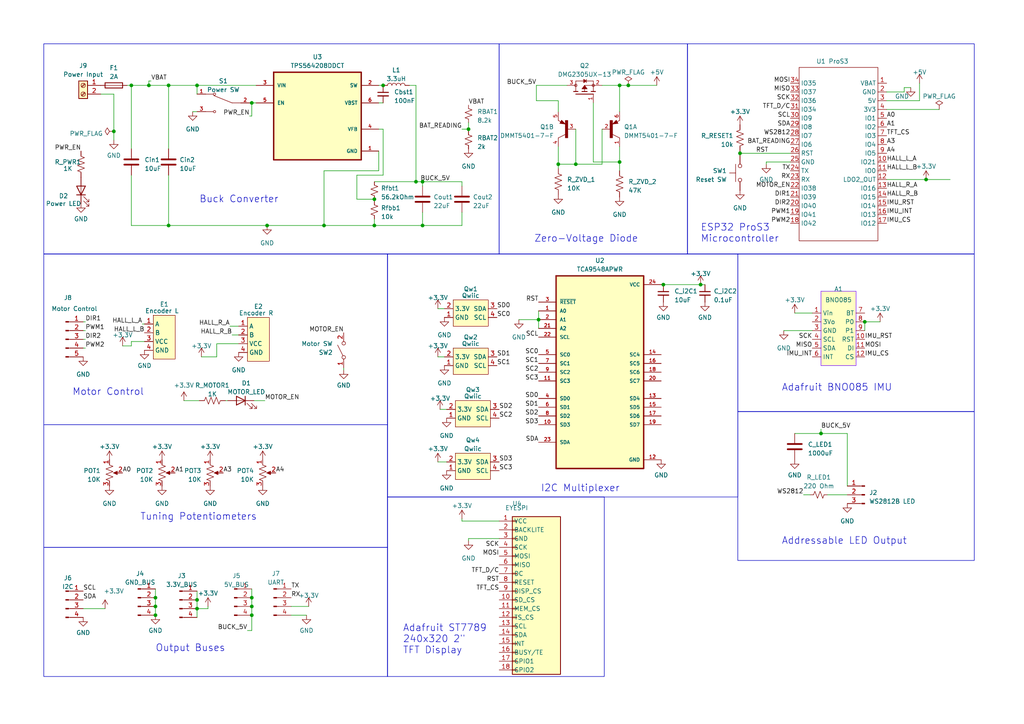
<source format=kicad_sch>
(kicad_sch (version 20230121) (generator eeschema)
  (paper "A4")
  (title_block (title "Segway Bot V3") (date "2023-06-26") (company "MIT") (comment 1 "Joseph Ntaimo"))
  (lib_symbols
    (symbol "500SSP1S1M6QEA:500SSP1S1M6QEA" (pin_names (offset 1.016))
      (property "Reference" "S" (at -2.54 5.08 0))
      (property "Value" "500SSP1S1M6QEA" (at -2.54 -5.08 0))
      (symbol "500SSP1S1M6QEA_0_0"
        (pin passive line (at 7.62 2.54 180) (length 2.54) (name "~") (number "1"))
        (pin passive line (at -7.62 0 0) (length 2.54) (name "~") (number "2"))
        (pin passive line (at 7.62 -2.54 180) (length 2.54) (name "~") (number "3"))
      )
    )
    (symbol "Adafruit:EYE_SPI"
      (property "Reference" "U" (at 0 1.27 0))
      (property "Value" "EYESPI" (at 3.81 -1.27 0))
      (symbol "EYE_SPI_1_1"
        (pin input line (at -5.08 -3.81 0) (length 3.81) (name "VCC") (number "1"))
        (pin input line (at -5.08 -26.67 0) (length 3.81) (name "SD_CS") (number "10"))
        (pin input line (at -5.08 -29.21 0) (length 3.81) (name "MEM_CS") (number "11"))
        (pin input line (at -5.08 -31.75 0) (length 3.81) (name "TS_CS") (number "12"))
        (pin input line (at -5.08 -34.29 0) (length 3.81) (name "SCL") (number "13"))
        (pin bidirectional line (at -5.08 -36.83 0) (length 3.81) (name "SDA") (number "14"))
        (pin output line (at -5.08 -39.37 0) (length 3.81) (name "INT") (number "15"))
        (pin bidirectional line (at -5.08 -41.91 0) (length 3.81) (name "BUSY/TE") (number "16"))
        (pin bidirectional line (at -5.08 -44.45 0) (length 3.81) (name "GPIO1") (number "17"))
        (pin bidirectional line (at -5.08 -46.99 0) (length 3.81) (name "GPIO2") (number "18"))
        (pin input line (at -5.08 -6.35 0) (length 3.81) (name "BACKLITE") (number "2"))
        (pin passive line (at -5.08 -8.89 0) (length 3.81) (name "GND") (number "3"))
        (pin input line (at -5.08 -11.43 0) (length 3.81) (name "SCK") (number "4"))
        (pin input line (at -5.08 -13.97 0) (length 3.81) (name "MOSI") (number "5"))
        (pin output line (at -5.08 -16.51 0) (length 3.81) (name "MISO") (number "6"))
        (pin input line (at -5.08 -19.05 0) (length 3.81) (name "DC") (number "7"))
        (pin input line (at -5.08 -21.59 0) (length 3.81) (name "RESET") (number "8"))
        (pin input line (at -5.08 -24.13 0) (length 3.81) (name "DISP_CS") (number "9"))
      )
    )
    (symbol "Adafruit:Qwiic"
      (property "Reference" "Qw" (at 5.08 2.54 0))
      (property "Value" "Qwiic" (at 5.08 0 0))
      (symbol "Qwiic_1_1"
        (pin input line (at -2.54 -6.35 0) (length 2.54) (name "GND") (number "1"))
        (pin input line (at -2.54 -3.81 0) (length 2.54) (name "3.3V") (number "2"))
        (pin input line (at 12.7 -3.81 180) (length 2.54) (name "SDA") (number "3"))
        (pin input line (at 12.7 -6.35 180) (length 2.54) (name "SCL") (number "4"))
      )
    )
    (symbol "Adafruit:_Adafruit_BNO085"
      (property "Reference" "A" (at 5.08 3.81 0))
      (property "Value" "BNO085" (at 5.08 0 0))
      (symbol "_Adafruit_BNO085_1_1"
        (pin input line (at -2.54 -3.81 0) (length 2.54) (name "Vin") (number "1"))
        (pin input line (at 12.7 -11.43 180) (length 2.54) (name "RST") (number "10"))
        (pin input line (at 12.7 -13.97 180) (length 2.54) (name "DI") (number "11"))
        (pin input line (at 12.7 -16.51 180) (length 2.54) (name "CS") (number "12"))
        (pin output line (at -2.54 -6.35 0) (length 2.54) (name "3Vo") (number "2"))
        (pin bidirectional line (at -2.54 -8.89 0) (length 2.54) (name "GND") (number "3"))
        (pin input line (at -2.54 -11.43 0) (length 2.54) (name "SCL") (number "4"))
        (pin output line (at -2.54 -13.97 0) (length 2.54) (name "SDA") (number "5"))
        (pin output line (at -2.54 -16.51 0) (length 2.54) (name "INT") (number "6"))
        (pin input line (at 12.7 -3.81 180) (length 2.54) (name "BT") (number "7"))
        (pin input line (at 12.7 -6.35 180) (length 2.54) (name "P0") (number "8"))
        (pin input line (at 12.7 -8.89 180) (length 2.54) (name "P1") (number "9"))
      )
    )
    (symbol "Connector:Conn_01x03_Pin" (pin_names (offset 1.016) hide)
      (property "Reference" "J" (at 0 5.08 0))
      (property "Value" "Conn_01x03_Pin" (at 0 -5.08 0))
      (symbol "Conn_01x03_Pin_1_1"
        (pin passive line (at 5.08 2.54 180) (length 3.81) (name "Pin_1") (number "1"))
        (pin passive line (at 5.08 0 180) (length 3.81) (name "Pin_2") (number "2"))
        (pin passive line (at 5.08 -2.54 180) (length 3.81) (name "Pin_3") (number "3"))
      )
    )
    (symbol "Connector:Conn_01x04_Pin" (pin_names (offset 1.016) hide)
      (property "Reference" "J" (at 0 5.08 0))
      (property "Value" "Conn_01x04_Pin" (at 0 -7.62 0))
      (symbol "Conn_01x04_Pin_1_1"
        (pin passive line (at 5.08 2.54 180) (length 3.81) (name "Pin_1") (number "1"))
        (pin passive line (at 5.08 0 180) (length 3.81) (name "Pin_2") (number "2"))
        (pin passive line (at 5.08 -2.54 180) (length 3.81) (name "Pin_3") (number "3"))
        (pin passive line (at 5.08 -5.08 180) (length 3.81) (name "Pin_4") (number "4"))
      )
    )
    (symbol "Connector:Conn_01x05_Pin" (pin_names (offset 1.016) hide)
      (property "Reference" "J" (at 0 7.62 0))
      (property "Value" "Conn_01x05_Pin" (at 0 -7.62 0))
      (symbol "Conn_01x05_Pin_1_1"
        (pin passive line (at 5.08 5.08 180) (length 3.81) (name "Pin_1") (number "1"))
        (pin passive line (at 5.08 2.54 180) (length 3.81) (name "Pin_2") (number "2"))
        (pin passive line (at 5.08 0 180) (length 3.81) (name "Pin_3") (number "3"))
        (pin passive line (at 5.08 -2.54 180) (length 3.81) (name "Pin_4") (number "4"))
        (pin passive line (at 5.08 -5.08 180) (length 3.81) (name "Pin_5") (number "5"))
      )
    )
    (symbol "Connector:Encoder"
      (property "Reference" "E" (at 5.08 3.81 0))
      (property "Value" "Encoder" (at 5.08 1.27 0))
      (symbol "Encoder_1_1"
        (pin input line (at 0 -2.54 0) (length 2.54) (name "A") (number "1"))
        (pin input line (at 0 -5.08 0) (length 2.54) (name "B") (number "2"))
        (pin input line (at 0 -7.62 0) (length 2.54) (name "VCC") (number "3"))
        (pin input line (at 0 -10.16 0) (length 2.54) (name "GND") (number "4"))
      )
    )
    (symbol "Connector:Screw_Terminal_01x02" (pin_names (offset 1.016) hide)
      (property "Reference" "J" (at 0 2.54 0))
      (property "Value" "Screw_Terminal_01x02" (at 0 -5.08 0))
      (symbol "Screw_Terminal_01x02_1_1"
        (pin passive line (at -5.08 0 0) (length 3.81) (name "Pin_1") (number "1"))
        (pin passive line (at -5.08 -2.54 0) (length 3.81) (name "Pin_2") (number "2"))
      )
    )
    (symbol "DMG2305UX-13:DMG2305UX-13" (pin_names (offset 1.016))
      (property "Reference" "Q" (at -8.89 3.81 0))
      (property "Value" "DMG2305UX-13" (at -8.89 -6.35 0))
      (symbol "DMG2305UX-13_0_0"
        (pin passive line (at -2.54 -2.54 0) (length 2.54) (name "~") (number "1"))
        (pin passive line (at 2.54 -5.08 90) (length 2.54) (name "~") (number "2"))
        (pin passive line (at 2.54 5.08 270) (length 2.54) (name "~") (number "3"))
      )
    )
    (symbol "DMMT5401-7-F:DMMT5401-7-F" (pin_names (offset 1.016))
      (property "Reference" "Q" (at -10.1838 5.0979 0))
      (property "Value" "DMMT5401-7-F" (at -10.1947 -7.6027 0))
      (symbol "DMMT5401-7-F_1_0"
        (pin passive line (at 2.54 -5.08 90) (length 2.54) (name "~") (number "1"))
        (pin passive line (at -2.54 0 0) (length 2.54) (name "~") (number "2"))
        (pin passive line (at 2.54 5.08 270) (length 2.54) (name "~") (number "6"))
      )
      (symbol "DMMT5401-7-F_2_0"
        (pin passive line (at -2.54 0 0) (length 2.54) (name "~") (number "3"))
        (pin passive line (at 2.54 -5.08 90) (length 2.54) (name "~") (number "4"))
        (pin passive line (at 2.54 5.08 270) (length 2.54) (name "~") (number "5"))
      )
    )
    (symbol "Device:C" (pin_numbers hide) (pin_names (offset 0.254))
      (property "Reference" "C" (at 0.635 2.54 0))
      (property "Value" "C" (at 0.635 -2.54 0))
      (symbol "C_1_1"
        (pin passive line (at 0 3.81 270) (length 2.794) (name "~") (number "1"))
        (pin passive line (at 0 -3.81 90) (length 2.794) (name "~") (number "2"))
      )
    )
    (symbol "Device:C_Small" (pin_numbers hide) (pin_names (offset 0.254) hide)
      (property "Reference" "C" (at 0.254 1.778 0))
      (property "Value" "C_Small" (at 0.254 -2.032 0))
      (symbol "C_Small_1_1"
        (pin passive line (at 0 2.54 270) (length 2.032) (name "~") (number "1"))
        (pin passive line (at 0 -2.54 90) (length 2.032) (name "~") (number "2"))
      )
    )
    (symbol "Device:Fuse" (pin_numbers hide) (pin_names (offset 0))
      (property "Reference" "F" (at 2.032 0 90))
      (property "Value" "Fuse" (at -1.905 0 90))
      (symbol "Fuse_1_1"
        (pin passive line (at 0 3.81 270) (length 1.27) (name "~") (number "1"))
        (pin passive line (at 0 -3.81 90) (length 1.27) (name "~") (number "2"))
      )
    )
    (symbol "Device:L" (pin_numbers hide) (pin_names (offset 1.016) hide)
      (property "Reference" "L" (at -1.27 0 90))
      (property "Value" "L" (at 1.905 0 90))
      (symbol "L_1_1"
        (pin passive line (at 0 3.81 270) (length 1.27) (name "1") (number "1"))
        (pin passive line (at 0 -3.81 90) (length 1.27) (name "2") (number "2"))
      )
    )
    (symbol "Device:LED" (pin_numbers hide) (pin_names (offset 1.016) hide)
      (property "Reference" "D" (at 0 2.54 0))
      (property "Value" "LED" (at 0 -2.54 0))
      (symbol "LED_1_1"
        (pin passive line (at -3.81 0 0) (length 2.54) (name "K") (number "1"))
        (pin passive line (at 3.81 0 180) (length 2.54) (name "A") (number "2"))
      )
    )
    (symbol "Device:R_Potentiometer_US" (pin_names (offset 1.016) hide)
      (property "Reference" "RV" (at -4.445 0 90))
      (property "Value" "R_Potentiometer_US" (at -2.54 0 90))
      (symbol "R_Potentiometer_US_1_1"
        (pin passive line (at 0 3.81 270) (length 1.27) (name "1") (number "1"))
        (pin passive line (at 3.81 0 180) (length 1.27) (name "2") (number "2"))
        (pin passive line (at 0 -3.81 90) (length 1.27) (name "3") (number "3"))
      )
    )
    (symbol "Device:R_Small_US" (pin_numbers hide) (pin_names (offset 0.254) hide)
      (property "Reference" "R" (at 0.762 0.508 0))
      (property "Value" "R_Small_US" (at 0.762 -1.016 0))
      (symbol "R_Small_US_1_1"
        (pin passive line (at 0 2.54 270) (length 1.016) (name "~") (number "1"))
        (pin passive line (at 0 -2.54 90) (length 1.016) (name "~") (number "2"))
      )
    )
    (symbol "Device:R_US" (pin_numbers hide) (pin_names (offset 0))
      (property "Reference" "R" (at 2.54 0 90))
      (property "Value" "R_US" (at -2.54 0 90))
      (symbol "R_US_1_1"
        (pin passive line (at 0 3.81 270) (length 1.27) (name "~") (number "1"))
        (pin passive line (at 0 -3.81 90) (length 1.27) (name "~") (number "2"))
      )
    )
    (symbol "ProS3:ProS3"
      (property "Reference" "U" (at 0 -28.956 0))
      (property "Value" "ProS3" (at -0.508 27.178 0))
      (symbol "ProS3_1_1"
        (pin power_in line (at 13.97 20.32 180) (length 2.54) (name "VBAT") (number "1"))
        (pin bidirectional line (at 13.97 -2.54 180) (length 2.54) (name "IO21") (number "10"))
        (pin bidirectional line (at 13.97 -5.08 180) (length 2.54) (name "IO0") (number "11"))
        (pin power_out line (at 13.97 -7.62 180) (length 2.54) (name "LDO2_OUT") (number "12"))
        (pin bidirectional line (at 13.97 -10.16 180) (length 2.54) (name "IO16") (number "13"))
        (pin bidirectional line (at 13.97 -12.7 180) (length 2.54) (name "IO15") (number "14"))
        (pin bidirectional line (at 13.97 -15.24 180) (length 2.54) (name "IO14") (number "15"))
        (pin bidirectional line (at 13.97 -17.78 180) (length 2.54) (name "IO13") (number "16"))
        (pin bidirectional line (at 13.97 -20.32 180) (length 2.54) (name "IO12") (number "17"))
        (pin bidirectional line (at -13.97 -20.32 0) (length 2.54) (name "IO42") (number "18"))
        (pin bidirectional line (at -13.97 -17.78 0) (length 2.54) (name "IO41") (number "19"))
        (pin power_in line (at 13.97 17.78 180) (length 2.54) (name "GND") (number "2"))
        (pin bidirectional line (at -13.97 -15.24 0) (length 2.54) (name "IO40") (number "20"))
        (pin bidirectional line (at -13.97 -12.7 0) (length 2.54) (name "IO39") (number "21"))
        (pin bidirectional line (at -13.97 -10.16 0) (length 2.54) (name "IO38") (number "22"))
        (pin bidirectional line (at -13.97 -7.62 0) (length 2.54) (name "RX") (number "23"))
        (pin bidirectional line (at -13.97 -5.08 0) (length 2.54) (name "TX") (number "24"))
        (pin power_in line (at -13.97 -2.54 0) (length 2.54) (name "GND") (number "25"))
        (pin input line (at -13.97 0 0) (length 2.54) (name "RST") (number "26"))
        (pin bidirectional line (at -13.97 2.54 0) (length 2.54) (name "IO6") (number "27"))
        (pin bidirectional line (at -13.97 5.08 0) (length 2.54) (name "IO7") (number "28"))
        (pin bidirectional line (at -13.97 7.62 0) (length 2.54) (name "IO8") (number "29"))
        (pin power_in line (at 13.97 15.24 180) (length 2.54) (name "5V") (number "3"))
        (pin bidirectional line (at -13.97 10.16 0) (length 2.54) (name "IO9") (number "30"))
        (pin bidirectional line (at -13.97 12.7 0) (length 2.54) (name "IO34") (number "31"))
        (pin bidirectional line (at -13.97 15.24 0) (length 2.54) (name "IO36") (number "32"))
        (pin bidirectional line (at -13.97 17.78 0) (length 2.54) (name "IO37") (number "33"))
        (pin bidirectional line (at -13.97 20.32 0) (length 2.54) (name "IO35") (number "34"))
        (pin power_in line (at 13.97 12.7 180) (length 2.54) (name "3V3") (number "4"))
        (pin bidirectional line (at 13.97 10.16 180) (length 2.54) (name "IO1") (number "5"))
        (pin bidirectional line (at 13.97 7.62 180) (length 2.54) (name "IO2") (number "6"))
        (pin bidirectional line (at 13.97 5.08 180) (length 2.54) (name "IO3") (number "7"))
        (pin bidirectional line (at 13.97 2.54 180) (length 2.54) (name "IO4") (number "8"))
        (pin bidirectional line (at 13.97 0 180) (length 2.54) (name "IO5") (number "9"))
      )
    )
    (symbol "Switch:SW_Push" (pin_numbers hide) (pin_names (offset 1.016) hide)
      (property "Reference" "SW" (at 1.27 2.54 0))
      (property "Value" "SW_Push" (at 0 -1.524 0))
      (symbol "SW_Push_0_1"
        (pin passive line (at -5.08 0 0) (length 2.54) (name "1") (number "1"))
        (pin passive line (at 5.08 0 180) (length 2.54) (name "2") (number "2"))
      )
    )
    (symbol "Switch:SW_SPST" (pin_names (offset 0) hide)
      (property "Reference" "SW" (at 0 3.175 0))
      (property "Value" "SW_SPST" (at 0 -2.54 0))
      (symbol "SW_SPST_1_1"
        (pin passive line (at -5.08 0 0) (length 2.54) (name "A") (number "1"))
        (pin passive line (at 5.08 0 180) (length 2.54) (name "B") (number "2"))
      )
    )
    (symbol "TCA9548APWR:TCA9548APWR" (pin_names (offset 1.016))
      (property "Reference" "U" (at -12.7 28.94 0))
      (property "Value" "TCA9548APWR" (at -12.7 -31.94 0))
      (symbol "TCA9548APWR_0_0"
        (pin input line (at -17.78 17.78 0) (length 5.08) (name "A0") (number "1"))
        (pin bidirectional line (at -17.78 -15.24 0) (length 5.08) (name "SD3") (number "10"))
        (pin bidirectional line (at -17.78 -2.54 0) (length 5.08) (name "SC3") (number "11"))
        (pin power_in line (at 17.78 -25.4 180) (length 5.08) (name "GND") (number "12"))
        (pin bidirectional line (at 17.78 -7.62 180) (length 5.08) (name "SD4") (number "13"))
        (pin bidirectional line (at 17.78 5.08 180) (length 5.08) (name "SC4") (number "14"))
        (pin bidirectional line (at 17.78 -10.16 180) (length 5.08) (name "SD5") (number "15"))
        (pin bidirectional line (at 17.78 2.54 180) (length 5.08) (name "SC5") (number "16"))
        (pin bidirectional line (at 17.78 -12.7 180) (length 5.08) (name "SD6") (number "17"))
        (pin bidirectional line (at 17.78 0 180) (length 5.08) (name "SC6") (number "18"))
        (pin bidirectional line (at 17.78 -15.24 180) (length 5.08) (name "SD7") (number "19"))
        (pin input line (at -17.78 15.24 0) (length 5.08) (name "A1") (number "2"))
        (pin bidirectional line (at 17.78 -2.54 180) (length 5.08) (name "SC7") (number "20"))
        (pin input line (at -17.78 12.7 0) (length 5.08) (name "A2") (number "21"))
        (pin input line (at -17.78 10.16 0) (length 5.08) (name "SCL") (number "22"))
        (pin bidirectional line (at -17.78 -20.32 0) (length 5.08) (name "SDA") (number "23"))
        (pin power_in line (at 17.78 25.4 180) (length 5.08) (name "VCC") (number "24"))
        (pin input line (at -17.78 20.32 0) (length 5.08) (name "~{RESET}") (number "3"))
        (pin bidirectional line (at -17.78 -7.62 0) (length 5.08) (name "SD0") (number "4"))
        (pin bidirectional line (at -17.78 5.08 0) (length 5.08) (name "SC0") (number "5"))
        (pin bidirectional line (at -17.78 -10.16 0) (length 5.08) (name "SD1") (number "6"))
        (pin bidirectional line (at -17.78 2.54 0) (length 5.08) (name "SC1") (number "7"))
        (pin bidirectional line (at -17.78 -12.7 0) (length 5.08) (name "SD2") (number "8"))
        (pin bidirectional line (at -17.78 0 0) (length 5.08) (name "SC2") (number "9"))
      )
    )
    (symbol "TPS564208DDCT:TPS564208DDCT" (pin_names (offset 1.016))
      (property "Reference" "U" (at -12.7 13.7 0))
      (property "Value" "TPS564208DDCT" (at -12.7 -16.7 0))
      (symbol "TPS564208DDCT_0_0"
        (pin power_in line (at 17.78 -10.16 180) (length 5.08) (name "GND") (number "1"))
        (pin input line (at -17.78 8.89 0) (length 5.08) (name "VIN") (number "3"))
        (pin input line (at -17.78 3.81 0) (length 5.08) (name "EN") (number "5"))
      )
      (symbol "TPS564208DDCT_1_0"
        (pin bidirectional line (at 17.78 8.89 180) (length 5.08) (name "SW") (number "2"))
        (pin input line (at 17.78 -3.81 180) (length 5.08) (name "VFB") (number "4"))
        (pin input line (at 17.78 3.81 180) (length 5.08) (name "VBST") (number "6"))
      )
    )
    (symbol "power:+3.3V" (power) (pin_names (offset 0))
      (property "Value" "+3.3V" (at 0 3.556 0))
      (symbol "+3.3V_1_1"
        (pin power_in line (at 0 0 90) (length 0) hide (name "+3.3V") (number "1"))
      )
    )
    (symbol "power:+5V" (power) (pin_names (offset 0))
      (property "Value" "+5V" (at 0 3.556 0))
      (symbol "+5V_1_1"
        (pin power_in line (at 0 0 90) (length 0) hide (name "+5V") (number "1"))
      )
    )
    (symbol "power:GND" (power) (pin_names (offset 0))
      (property "Value" "GND" (at 0 -3.81 0))
      (symbol "GND_1_1"
        (pin power_in line (at 0 0 270) (length 0) hide (name "GND") (number "1"))
      )
    )
    (symbol "power:PWR_FLAG" (power) (pin_numbers hide) (pin_names (offset 0) hide)
      (property "Value" "PWR_FLAG" (at 0 3.81 0))
      (symbol "PWR_FLAG_0_0"
        (pin power_out line (at 0 0 90) (length 0) (name "pwr") (number "1"))
      )
    )
  )
  (junction (at 73.025 175.895))
  (junction (at 45.085 175.895))
  (junction (at 268.605 52.07))
  (junction (at 48.895 65.405))
  (junction (at 250.825 93.345))
  (junction (at 73.025 29.845))
  (junction (at 93.98 65.405))
  (junction (at 108.585 57.785))
  (junction (at 57.15 173.99))
  (junction (at 122.555 52.705))
  (junction (at 214.63 44.45))
  (junction (at 156.21 92.71))
  (junction (at 179.705 24.765))
  (junction (at 33.02 38.1))
  (junction (at 192.405 82.55))
  (junction (at 57.15 176.53))
  (junction (at 45.085 173.355))
  (junction (at 120.65 52.705))
  (junction (at 182.245 24.765))
  (junction (at 73.025 178.435))
  (junction (at 43.18 24.765))
  (junction (at 57.15 24.765))
  (junction (at 73.025 173.355))
  (junction (at 108.585 65.405))
  (junction (at 135.89 37.465))
  (junction (at 167.005 47.625))
  (junction (at 179.705 46.99))
  (junction (at 203.2 82.55))
  (junction (at 38.1 24.765))
  (junction (at 111.125 24.765))
  (junction (at 161.925 47.625))
  (junction (at 48.895 24.765))
  (junction (at 45.085 178.435))
  (junction (at 77.47 65.405))
  (junction (at 122.555 65.405))
  (junction (at 238.125 125.73))
  (wire (pts (xy 135.89 38.1) (xy 135.89 37.465)))
  (wire (pts (xy 238.125 125.73) (xy 230.505 125.73)))
  (wire (pts (xy 24.13 176.53) (xy 30.48 176.53)))
  (wire (pts (xy 57.15 176.53) (xy 57.15 179.07)))
  (wire (pts (xy 262.255 25.4) (xy 262.255 26.67)))
  (wire (pts (xy 156.21 90.17) (xy 156.21 92.71)))
  (wire (pts (xy 111.125 37.465) (xy 111.125 50.8)))
  (wire (pts (xy 174.625 37.465) (xy 174.625 47.625)))
  (wire (pts (xy 57.15 173.99) (xy 57.15 176.53)))
  (wire (pts (xy 38.1 50.8) (xy 38.1 65.405)))
  (wire (pts (xy 155.575 29.21) (xy 161.925 29.21)))
  (wire (pts (xy 127 133.985) (xy 129.54 133.985)))
  (wire (pts (xy 43.815 23.495) (xy 43.18 23.495)))
  (wire (pts (xy 179.705 24.765) (xy 179.705 32.385)))
  (wire (pts (xy 109.855 43.815) (xy 109.855 49.53)))
  (wire (pts (xy 108.585 57.785) (xy 108.585 58.42)))
  (wire (pts (xy 36.83 24.765) (xy 38.1 24.765)))
  (wire (pts (xy 167.005 37.465) (xy 167.005 47.625)))
  (wire (pts (xy 155.575 24.765) (xy 164.465 24.765)))
  (wire (pts (xy 120.65 24.765) (xy 118.745 24.765)))
  (wire (pts (xy 103.505 50.8) (xy 103.505 57.785)))
  (wire (pts (xy 73.025 33.655) (xy 73.025 29.845)))
  (wire (pts (xy 275.59 52.07) (xy 268.605 52.07)))
  (wire (pts (xy 38.1 43.18) (xy 38.1 24.765)))
  (wire (pts (xy 203.2 82.55) (xy 192.405 82.55)))
  (wire (pts (xy 214.63 44.45) (xy 214.63 43.815)))
  (wire (pts (xy 133.985 52.705) (xy 133.985 53.975)))
  (wire (pts (xy 182.245 24.765) (xy 190.5 24.765)))
  (wire (pts (xy 35.56 100.33) (xy 38.1 100.33)))
  (wire (pts (xy 84.455 178.435) (xy 88.9 178.435)))
  (wire (pts (xy 108.585 63.5) (xy 108.585 65.405)))
  (wire (pts (xy 144.78 156.21) (xy 135.89 156.21)))
  (wire (pts (xy 238.125 124.46) (xy 238.125 125.73)))
  (wire (pts (xy 268.605 52.07) (xy 257.175 52.07)))
  (wire (pts (xy 262.255 25.4) (xy 264.16 25.4)))
  (wire (pts (xy 38.1 100.33) (xy 38.1 99.06)))
  (wire (pts (xy 73.025 173.355) (xy 73.025 175.895)))
  (wire (pts (xy 222.25 46.99) (xy 222.25 47.625)))
  (wire (pts (xy 69.215 94.615) (xy 66.675 94.615)))
  (wire (pts (xy 214.63 45.085) (xy 214.63 44.45)))
  (wire (pts (xy 174.625 24.765) (xy 179.705 24.765)))
  (wire (pts (xy 58.42 103.505) (xy 62.865 103.505)))
  (wire (pts (xy 109.855 37.465) (xy 111.125 37.465)))
  (wire (pts (xy 272.415 31.75) (xy 257.175 31.75)))
  (wire (pts (xy 71.755 182.88) (xy 73.025 182.88)))
  (wire (pts (xy 57.15 24.765) (xy 74.295 24.765)))
  (wire (pts (xy 174.625 47.625) (xy 167.005 47.625)))
  (wire (pts (xy 240.03 143.51) (xy 245.745 143.51)))
  (wire (pts (xy 29.21 27.305) (xy 33.02 27.305)))
  (wire (pts (xy 155.575 29.21) (xy 155.575 24.765)))
  (wire (pts (xy 229.235 46.99) (xy 222.25 46.99)))
  (wire (pts (xy 93.98 65.405) (xy 108.585 65.405)))
  (wire (pts (xy 76.835 116.205) (xy 73.66 116.205)))
  (wire (pts (xy 24.13 93.345) (xy 24.765 93.345)))
  (wire (pts (xy 57.15 176.53) (xy 60.325 176.53)))
  (wire (pts (xy 48.895 24.765) (xy 57.15 24.765)))
  (wire (pts (xy 84.455 175.895) (xy 89.535 175.895)))
  (wire (pts (xy 99.695 106.68) (xy 99.695 107.315)))
  (wire (pts (xy 24.13 95.885) (xy 24.765 95.885)))
  (wire (pts (xy 60.325 176.53) (xy 60.325 175.895)))
  (wire (pts (xy 111.125 50.8) (xy 103.505 50.8)))
  (wire (pts (xy 72.39 33.655) (xy 73.025 33.655)))
  (wire (pts (xy 69.215 97.155) (xy 67.31 97.155)))
  (wire (pts (xy 66.04 116.205) (xy 65.405 116.205)))
  (wire (pts (xy 24.13 100.965) (xy 24.765 100.965)))
  (wire (pts (xy 262.255 26.67) (xy 257.175 26.67)))
  (wire (pts (xy 62.865 99.695) (xy 69.215 99.695)))
  (wire (pts (xy 53.34 116.205) (xy 57.785 116.205)))
  (wire (pts (xy 266.7 29.21) (xy 266.7 24.13)))
  (wire (pts (xy 38.1 24.765) (xy 43.18 24.765)))
  (wire (pts (xy 144.78 151.13) (xy 133.985 151.13)))
  (wire (pts (xy 133.985 37.465) (xy 135.89 37.465)))
  (wire (pts (xy 73.025 29.845) (xy 72.39 29.845)))
  (wire (pts (xy 120.65 52.705) (xy 122.555 52.705)))
  (wire (pts (xy 233.045 143.51) (xy 234.95 143.51)))
  (wire (pts (xy 73.025 182.88) (xy 73.025 178.435)))
  (wire (pts (xy 245.745 125.73) (xy 245.745 140.97)))
  (wire (pts (xy 57.15 24.765) (xy 57.15 27.305)))
  (wire (pts (xy 122.555 65.405) (xy 122.555 61.595)))
  (wire (pts (xy 38.1 99.06) (xy 41.91 99.06)))
  (wire (pts (xy 109.855 49.53) (xy 93.98 49.53)))
  (wire (pts (xy 133.985 65.405) (xy 122.555 65.405)))
  (wire (pts (xy 127 89.535) (xy 128.905 89.535)))
  (wire (pts (xy 38.1 65.405) (xy 48.895 65.405)))
  (wire (pts (xy 62.865 103.505) (xy 62.865 99.695)))
  (wire (pts (xy 127.635 118.745) (xy 129.54 118.745)))
  (wire (pts (xy 227.33 95.885) (xy 235.585 95.885)))
  (wire (pts (xy 135.89 156.21) (xy 135.89 156.845)))
  (wire (pts (xy 179.705 24.765) (xy 182.245 24.765)))
  (wire (pts (xy 135.89 35.56) (xy 135.89 37.465)))
  (wire (pts (xy 33.02 38.1) (xy 33.02 40.64)))
  (wire (pts (xy 45.085 170.815) (xy 45.085 173.355)))
  (wire (pts (xy 45.085 173.355) (xy 45.085 175.895)))
  (wire (pts (xy 108.585 52.705) (xy 120.65 52.705)))
  (wire (pts (xy 192.405 82.55) (xy 191.77 82.55)))
  (wire (pts (xy 133.985 151.13) (xy 133.985 150.495)))
  (wire (pts (xy 172.085 46.99) (xy 179.705 46.99)))
  (wire (pts (xy 122.555 52.705) (xy 122.555 53.975)))
  (wire (pts (xy 57.15 171.45) (xy 57.15 173.99)))
  (wire (pts (xy 57.15 32.385) (xy 55.88 32.385)))
  (wire (pts (xy 43.18 23.495) (xy 43.18 24.765)))
  (wire (pts (xy 161.925 29.21) (xy 161.925 32.385)))
  (wire (pts (xy 109.855 24.765) (xy 111.125 24.765)))
  (wire (pts (xy 103.505 57.785) (xy 108.585 57.785)))
  (wire (pts (xy 172.085 29.845) (xy 172.085 46.99)))
  (wire (pts (xy 133.985 61.595) (xy 133.985 65.405)))
  (wire (pts (xy 48.895 43.18) (xy 48.895 24.765)))
  (wire (pts (xy 250.825 93.345) (xy 255.27 93.345)))
  (wire (pts (xy 257.175 29.21) (xy 266.7 29.21)))
  (wire (pts (xy 161.925 47.625) (xy 161.925 48.895)))
  (wire (pts (xy 204.47 82.55) (xy 203.2 82.55)))
  (wire (pts (xy 73.025 170.815) (xy 73.025 173.355)))
  (wire (pts (xy 73.025 175.895) (xy 73.025 178.435)))
  (wire (pts (xy 230.505 90.805) (xy 235.585 90.805)))
  (wire (pts (xy 156.21 92.71) (xy 156.21 95.25)))
  (wire (pts (xy 127 103.505) (xy 128.905 103.505)))
  (wire (pts (xy 167.005 47.625) (xy 161.925 47.625)))
  (wire (pts (xy 179.705 42.545) (xy 179.705 46.99)))
  (wire (pts (xy 74.295 29.845) (xy 73.025 29.845)))
  (wire (pts (xy 48.895 50.8) (xy 48.895 65.405)))
  (wire (pts (xy 214.63 44.45) (xy 229.235 44.45)))
  (wire (pts (xy 24.13 98.425) (xy 24.765 98.425)))
  (wire (pts (xy 43.18 24.765) (xy 48.895 24.765)))
  (wire (pts (xy 109.855 29.845) (xy 111.125 29.845)))
  (wire (pts (xy 161.925 42.545) (xy 161.925 47.625)))
  (wire (pts (xy 45.085 175.895) (xy 45.085 178.435)))
  (wire (pts (xy 150.495 92.71) (xy 156.21 92.71)))
  (wire (pts (xy 120.65 24.765) (xy 120.65 52.705)))
  (wire (pts (xy 41.91 93.98) (xy 41.275 93.98)))
  (wire (pts (xy 250.825 93.345) (xy 250.825 95.885)))
  (wire (pts (xy 108.585 65.405) (xy 122.555 65.405)))
  (wire (pts (xy 245.745 125.73) (xy 238.125 125.73)))
  (wire (pts (xy 93.98 49.53) (xy 93.98 65.405)))
  (wire (pts (xy 33.02 27.305) (xy 33.02 38.1)))
  (wire (pts (xy 179.705 46.99) (xy 179.705 49.53)))
  (wire (pts (xy 122.555 52.705) (xy 133.985 52.705)))
  (wire (pts (xy 77.47 65.405) (xy 93.98 65.405)))
  (wire (pts (xy 48.895 65.405) (xy 77.47 65.405)))
  (rectangle (start 12.7 123.19) (end 112.395 158.75))
  (rectangle (start 12.7 73.66) (end 112.395 123.19))
  (rectangle (start 112.395 144.145) (end 175.26 196.215))
  (rectangle (start 199.39 12.7) (end 282.575 73.66))
  (rectangle (start 213.995 119.38) (end 282.575 162.56))
  (rectangle (start 112.395 73.66) (end 213.995 144.145))
  (rectangle (start 12.7 158.75) (end 112.395 196.215))
  (rectangle (start 213.995 73.66) (end 282.575 119.38))
  (rectangle (start 144.78 12.7) (end 199.39 73.66))
  (rectangle (start 12.7 12.7) (end 144.78 73.66))
  (text "Motor Control" (at 20.955 114.935 0) (effects (font (size 2 2)) (justify left bottom)))
  (text "Output Buses" (at 45.085 189.23 0) (effects (font (size 2 2)) (justify left bottom)))
  (text "Zero-Voltage Diode\n" (at 154.94 70.485 0) (effects (font (size 2 2)) (justify left bottom)))
  (text "Adafruit ST7789 \n240x320 2\" \nTFT Display\n" (at 116.84 189.865 0) (effects (font (size 2 2)) (justify left bottom)))
  (text "ESP32 ProS3\nMicrocontroller" (at 203.2 70.485 0) (effects (font (size 2 2)) (justify left bottom)))
  (text "I2C Multiplexer\n" (at 156.845 142.875 0) (effects (font (size 2 2)) (justify left bottom)))
  (text "Tuning Potentiometers" (at 40.64 151.13 0) (effects (font (size 2 2)) (justify left bottom)))
  (text "Buck Converter" (at 57.785 59.055 0) (effects (font (size 2 2)) (justify left bottom)))
  (text "Adafruit BNO085 IMU" (at 226.695 113.665 0) (effects (font (size 2 2)) (justify left bottom)))
  (text "Addressable LED Output" (at 226.695 158.115 0) (effects (font (size 2 2)) (justify left bottom)))
  (label "BUCK_5V" (at 121.92 52.705 0))
  (label "VBAT" (at 135.89 30.48 0))
  (label "SCK" (at 144.78 158.75 180))
  (label "SD0" (at 156.21 115.57 180))
  (label "IMU_INT" (at 257.175 62.23 0))
  (label "RX" (at 84.455 173.355 0))
  (label "SCK" (at 235.585 98.425 180))
  (label "A0" (at 257.175 34.29 0))
  (label "DIR1" (at 229.235 57.15 180))
  (label "A1" (at 50.8 137.16 0))
  (label "A3" (at 64.77 137.16 0))
  (label "IMU_CS" (at 257.175 64.77 0))
  (label "HALL_L_A" (at 257.175 46.99 0))
  (label "BAT_READING" (at 133.985 37.465 180))
  (label "SC3" (at 156.21 110.49 180))
  (label "SD1" (at 144.145 103.505 0))
  (label "SD3" (at 156.21 123.19 180))
  (label "MOTOR_EN" (at 99.695 96.52 180))
  (label "TFT_CS" (at 144.78 171.45 180))
  (label "MOTOR_EN" (at 76.835 116.205 0))
  (label "MOSI" (at 229.235 24.13 180))
  (label "SDA" (at 229.235 36.83 180))
  (label "MISO" (at 229.235 26.67 180))
  (label "RST" (at 222.885 44.45 180))
  (label "SD1" (at 156.21 118.11 180))
  (label "DIR1" (at 24.765 93.345 0))
  (label "HALL_R_A" (at 66.675 94.615 180))
  (label "SC1" (at 156.21 105.41 180))
  (label "A4" (at 80.01 137.16 0))
  (label "SC1" (at 144.145 106.045 0))
  (label "SC3" (at 144.78 136.525 0))
  (label "IMU_RST" (at 250.825 98.425 0))
  (label "SC0" (at 156.21 102.87 180))
  (label "TX" (at 84.455 170.815 0))
  (label "TFT_D{slash}C" (at 229.235 31.75 180))
  (label "SC2" (at 144.78 121.285 0))
  (label "PWR_EN" (at 23.495 43.815 180))
  (label "TFT_CS" (at 257.175 39.37 0))
  (label "HALL_R_B" (at 257.175 57.15 0))
  (label "A0" (at 35.56 137.16 0))
  (label "BUCK_5V" (at 238.125 124.46 0))
  (label "RST" (at 156.21 87.63 180))
  (label "BAT_READING" (at 229.235 41.91 180))
  (label "A4" (at 257.175 44.45 0))
  (label "BUCK_5V" (at 155.575 24.765 180))
  (label "RX" (at 229.235 52.07 180))
  (label "IMU_CS" (at 250.825 103.505 0))
  (label "SCL" (at 229.235 34.29 180))
  (label "VBAT" (at 43.815 23.495 0))
  (label "MOTOR_EN" (at 229.235 54.61 180))
  (label "PWM2" (at 24.765 100.965 0))
  (label "IMU_INT" (at 235.585 103.505 180))
  (label "SCK" (at 229.235 29.21 180))
  (label "SD2" (at 156.21 120.65 180))
  (label "HALL_R_A" (at 257.175 54.61 0))
  (label "HALL_L_B" (at 41.91 96.52 180))
  (label "SCL" (at 24.13 171.45 0))
  (label "A1" (at 257.175 36.83 0))
  (label "WS2812" (at 233.045 143.51 180))
  (label "TX" (at 229.235 49.53 180))
  (label "MISO" (at 235.585 100.965 180))
  (label "MOSI" (at 250.825 100.965 0))
  (label "SD0" (at 144.145 89.535 0))
  (label "HALL_L_B" (at 257.175 49.53 0))
  (label "SC0" (at 144.145 92.075 0))
  (label "SDA" (at 24.13 173.99 0))
  (label "MOSI" (at 144.78 161.29 180))
  (label "IMU_RST" (at 257.175 59.69 0))
  (label "SD3" (at 144.78 133.985 0))
  (label "DIR2" (at 229.235 59.69 180))
  (label "TFT_D{slash}C" (at 144.78 166.37 180))
  (label "DIR2" (at 24.765 98.425 0))
  (label "PWR_EN" (at 72.39 33.655 180))
  (label "PWM2" (at 229.235 64.77 180))
  (label "PWM1" (at 24.765 95.885 0))
  (label "BUCK_5V" (at 71.755 182.88 180))
  (label "RST" (at 144.78 168.91 180))
  (label "WS2812" (at 229.235 39.37 180))
  (label "SC2" (at 156.21 107.95 180))
  (label "HALL_R_B" (at 67.31 97.155 180))
  (label "SCL" (at 156.21 97.79 180))
  (label "HALL_L_A" (at 41.275 93.98 180))
  (label "A3" (at 257.175 41.91 0))
  (label "SDA" (at 156.21 128.27 180))
  (label "SD2" (at 144.78 118.745 0))
  (label "PWM1" (at 229.235 62.23 180))
  (symbol (lib_id "Device:LED") (at 23.495 55.245 90) (unit 1)
    (property "Reference" "D2" (at 18.415 56.8325 90))
    (property "Value" "Power LED" (at 18.415 59.055 90))
    (property "Footprint" "LED_SMD:LED_0603_1608Metric_Pad1.05x0.95mm_HandSolder" (effects hide))
  )
  (symbol (lib_id "DMG2305UX-13:DMG2305UX-13") (at 169.545 27.305 90) (unit 1)
    (property "Reference" "Q2" (at 169.545 19.05 90))
    (property "Value" "DMG2305UX-13" (at 169.545 21.59 90))
    (property "Footprint" "footprints:SOT91P240X110-3N" (effects hide))
    (property "PARTREV" "09/2018" (effects hide))
    (property "STANDARD" "IPC-7351B" (effects hide))
    (property "MAXIMUM_PACKAGE_HEIGHT" "1.1mm" (effects hide))
    (property "MANUFACTURER" "Diodes Inc." (effects hide))
  )
  (symbol (lib_id "Device:LED") (at 69.85 116.205 0) (mirror y) (unit 1)
    (property "Reference" "D1" (at 71.4375 111.125 0))
    (property "Value" "MOTOR_LED" (at 71.4375 113.665 0))
    (property "Footprint" "LED_SMD:LED_0603_1608Metric_Pad1.05x0.95mm_HandSolder" (effects hide))
  )
  (symbol (lib_id "power:+3.3V") (at 255.27 93.345 0) (unit 1)
    (property "Reference" "#PWR042" (effects hide))
    (property "Value" "+3.3V" (at 255.27 89.535 0))
  )
  (symbol (lib_id "power:GND") (at 150.495 92.71 0) (unit 1)
    (property "Reference" "#PWR017" (effects hide))
    (property "Value" "GND" (at 150.495 97.79 0))
  )
  (symbol (lib_id "Device:R_Small_US") (at 135.89 40.64 0) (unit 1)
    (property "Reference" "RBAT2" (at 138.43 40.005 0) (effects (justify left)))
    (property "Value" "2k" (at 138.43 42.545 0) (effects (justify left)))
    (property "Footprint" "Resistor_SMD:R_0603_1608Metric_Pad0.98x0.95mm_HandSolder" (effects hide))
  )
  (symbol (lib_id "power:+3.3V") (at 46.99 133.35 0) (unit 1)
    (property "Reference" "#PWR06" (effects hide))
    (property "Value" "+3.3V" (at 46.99 129.54 0))
  )
  (symbol (lib_id "Connector:Screw_Terminal_01x02") (at 24.13 24.765 0) (mirror y) (unit 1)
    (property "Reference" "J9" (at 24.13 19.05 0))
    (property "Value" "Power Input" (at 24.13 21.59 0))
    (property "Footprint" "TerminalBlock_Phoenix:TerminalBlock_Phoenix_PT-1,5-2-5.0-H_1x02_P5.00mm_Horizontal" (effects hide))
  )
  (symbol (lib_id "Device:R_Small_US") (at 135.89 33.02 0) (unit 1)
    (property "Reference" "RBAT1" (at 138.43 32.385 0) (effects (justify left)))
    (property "Value" "8.2k" (at 138.43 34.925 0) (effects (justify left)))
    (property "Footprint" "Resistor_SMD:R_0603_1608Metric_Pad0.98x0.95mm_HandSolder" (effects hide))
  )
  (symbol (lib_id "power:+3.3V") (at 30.48 176.53 0) (unit 1)
    (property "Reference" "#PWR011" (effects hide))
    (property "Value" "+3.3V" (at 33.02 171.45 0))
  )
  (symbol (lib_id "Connector:Conn_01x04_Pin") (at 19.05 173.99 0) (unit 1)
    (property "Reference" "J6" (at 19.685 167.64 0))
    (property "Value" "I2C" (at 19.685 170.18 0))
    (property "Footprint" "Connector_PinHeader_2.54mm:PinHeader_1x04_P2.54mm_Vertical" (effects hide))
  )
  (symbol (lib_id "Device:R_Potentiometer_US") (at 60.96 137.16 0) (unit 1)
    (property "Reference" "POT3" (at 58.42 136.525 0) (effects (justify right)))
    (property "Value" "10K" (at 58.42 139.065 0) (effects (justify right)))
    (property "Footprint" "Adafruit:Pot_breadboard" (effects hide))
  )
  (symbol (lib_id "Device:C") (at 122.555 57.785 0) (unit 1)
    (property "Reference" "Cout1" (at 125.73 57.15 0) (effects (justify left)))
    (property "Value" "22uF" (at 125.73 59.69 0) (effects (justify left)))
    (property "Footprint" "Capacitor_SMD:C_0805_2012Metric_Pad1.18x1.45mm_HandSolder" (effects hide))
  )
  (symbol (lib_id "power:GND") (at 41.91 101.6 0) (unit 1)
    (property "Reference" "#PWR014" (effects hide))
    (property "Value" "GND" (at 41.91 106.045 0))
  )
  (symbol (lib_id "power:+3.3V") (at 127.635 118.745 0) (unit 1)
    (property "Reference" "#PWR035" (effects hide))
    (property "Value" "+3.3V" (at 127.635 115.57 0))
  )
  (symbol (lib_id "power:GND") (at 77.47 65.405 0) (unit 1)
    (property "Reference" "#PWR039" (effects hide))
    (property "Value" "GND" (at 77.47 70.485 0))
  )
  (symbol (lib_id "Device:R_US") (at 179.705 53.34 0) (unit 1)
    (property "Reference" "R_ZVD_2" (at 182.245 52.705 0) (effects (justify left)))
    (property "Value" "47K" (at 182.245 55.245 0) (effects (justify left)))
    (property "Footprint" "Resistor_SMD:R_0603_1608Metric_Pad0.98x0.95mm_HandSolder" (effects hide))
  )
  (symbol (lib_id "Connector:Conn_01x03_Pin") (at 250.825 143.51 0) (mirror y) (unit 1)
    (property "Reference" "J2" (at 252.095 142.875 0) (effects (justify right)))
    (property "Value" "WS2812B LED" (at 252.095 145.415 0) (effects (justify right)))
    (property "Footprint" "Connector_PinHeader_2.54mm:PinHeader_1x03_P2.54mm_Vertical" (effects hide))
  )
  (symbol (lib_id "power:GND") (at 161.925 56.515 0) (unit 1)
    (property "Reference" "#PWR046" (effects hide))
    (property "Value" "GND" (at 161.925 61.595 0))
  )
  (symbol (lib_id "power:GND") (at 69.215 102.235 0) (unit 1)
    (property "Reference" "#PWR033" (effects hide))
    (property "Value" "GND" (at 69.215 107.315 0))
  )
  (symbol (lib_id "Connector:Conn_01x05_Pin") (at 19.05 98.425 0) (unit 1)
    (property "Reference" "J8" (at 19.685 86.36 0))
    (property "Value" "Motor Control" (at 21.59 89.535 0))
    (property "Footprint" "Connector_PinHeader_2.54mm:PinHeader_1x05_P2.54mm_Vertical" (effects hide))
  )
  (symbol (lib_id "power:+3.3V") (at 35.56 100.33 0) (mirror y) (unit 1)
    (property "Reference" "#PWR013" (effects hide))
    (property "Value" "+3.3V" (at 35.56 97.155 0))
  )
  (symbol (lib_id "power:GND") (at 264.16 25.4 0) (unit 1)
    (property "Reference" "#PWR09" (effects hide))
    (property "Value" "GND" (at 261.62 27.94 0))
  )
  (symbol (lib_id "power:GND") (at 128.905 92.075 0) (unit 1)
    (property "Reference" "#PWR050" (effects hide))
    (property "Value" "GND" (at 128.905 97.155 0))
  )
  (symbol (lib_id "power:GND") (at 88.9 178.435 0) (unit 1)
    (property "Reference" "#PWR029" (effects hide))
    (property "Value" "GND" (at 88.9 182.88 0))
  )
  (symbol (lib_id "Switch:SW_Push") (at 214.63 50.165 90) (mirror x) (unit 1)
    (property "Reference" "SW1" (at 210.82 49.53 90) (effects (justify left)))
    (property "Value" "Reset SW" (at 210.82 52.07 90) (effects (justify left)))
    (property "Footprint" "Button_Switch_THT:SW_PUSH_6mm" (effects hide))
  )
  (symbol (lib_id "power:+3.3V") (at 89.535 175.895 0) (unit 1)
    (property "Reference" "#PWR019" (effects hide))
    (property "Value" "+3.3V" (at 89.535 172.72 0))
  )
  (symbol (lib_id "Connector:Conn_01x04_Pin") (at 40.005 173.355 0) (unit 1)
    (property "Reference" "J4" (at 40.64 166.37 0))
    (property "Value" "GND_BUS" (at 40.64 168.91 0))
    (property "Footprint" "Connector_PinHeader_2.54mm:PinHeader_1x04_P2.54mm_Vertical" (effects hide))
  )
  (symbol (lib_id "power:GND") (at 24.13 103.505 0) (unit 1)
    (property "Reference" "#PWR012" (effects hide))
    (property "Value" "GND" (at 24.13 108.585 0))
  )
  (symbol (lib_id "Connector:Conn_01x04_Pin") (at 52.07 173.99 0) (unit 1)
    (property "Reference" "J3" (at 52.705 167.005 0))
    (property "Value" "3.3V_BUS" (at 52.705 169.545 0))
    (property "Footprint" "Connector_PinHeader_2.54mm:PinHeader_1x04_P2.54mm_Vertical" (effects hide))
  )
  (symbol (lib_id "power:GND") (at 33.02 40.64 0) (unit 1)
    (property "Reference" "#PWR010" (effects hide))
    (property "Value" "GND" (at 33.02 45.085 0))
  )
  (symbol (lib_id "power:GND") (at 222.25 47.625 0) (unit 1)
    (property "Reference" "#PWR028" (effects hide))
    (property "Value" "GND" (at 222.25 52.07 0))
  )
  (symbol (lib_id "power:+5V") (at 190.5 24.765 0) (unit 1)
    (property "Reference" "#PWR048" (effects hide))
    (property "Value" "+5V" (at 190.5 20.955 0))
  )
  (symbol (lib_id "power:GND") (at 46.99 140.97 0) (unit 1)
    (property "Reference" "#PWR02" (effects hide))
    (property "Value" "GND" (at 46.99 146.05 0))
  )
  (symbol (lib_id "power:GND") (at 129.54 136.525 0) (unit 1)
    (property "Reference" "#PWR055" (effects hide))
    (property "Value" "GND" (at 129.54 141.605 0))
  )
  (symbol (lib_id "power:GND") (at 227.33 95.885 0) (unit 1)
    (property "Reference" "#PWR040" (effects hide))
    (property "Value" "GND" (at 227.33 100.965 0))
  )
  (symbol (lib_id "Device:C_Small") (at 192.405 85.09 0) (unit 1)
    (property "Reference" "C_i2C1" (at 195.58 84.4613 0) (effects (justify left)))
    (property "Value" "10uF" (at 195.58 87.0013 0) (effects (justify left)))
    (property "Footprint" "Capacitor_SMD:C_0805_2012Metric_Pad1.18x1.45mm_HandSolder" (effects hide))
  )
  (symbol (lib_id "TPS564208DDCT:TPS564208DDCT") (at 92.075 33.655 0) (unit 1)
    (property "Reference" "U3" (at 92.075 16.51 0))
    (property "Value" "TPS564208DDCT" (at 92.075 19.05 0))
    (property "Footprint" "2.004:SOT95P280X110-6N" (effects hide))
  )
  (symbol (lib_id "Device:C") (at 38.1 46.99 0) (unit 1)
    (property "Reference" "Cin1" (at 41.91 46.355 0) (effects (justify left)))
    (property "Value" "10uF" (at 41.91 48.895 0) (effects (justify left)))
    (property "Footprint" "Capacitor_SMD:C_0805_2012Metric_Pad1.18x1.45mm_HandSolder" (effects hide))
  )
  (symbol (lib_id "power:+3.3V") (at 214.63 36.195 0) (mirror y) (unit 1)
    (property "Reference" "#PWR057" (effects hide))
    (property "Value" "+3.3V" (at 214.63 32.385 0))
  )
  (symbol (lib_id "TCA9548APWR:TCA9548APWR") (at 173.99 107.95 0) (unit 1)
    (property "Reference" "U2" (at 173.99 75.565 0))
    (property "Value" "TCA9548APWR" (at 173.99 78.105 0))
    (property "Footprint" "2.004:SOP65P640X120-24N" (effects hide))
  )
  (symbol (lib_id "Adafruit:Qwiic") (at 131.445 99.695 0) (unit 1)
    (property "Reference" "Qw2" (at 136.5194 97.79 0))
    (property "Value" "Qwiic" (at 136.525 99.695 0))
    (property "Footprint" "Connector_JST:JST_SH_BM04B-SRSS-TB_1x04-1MP_P1.00mm_Vertical" (effects hide))
  )
  (symbol (lib_id "Connector:Encoder") (at 41.91 91.44 0) (unit 1)
    (property "Reference" "E1" (at 46.355 88.265 0) (effects (justify left)))
    (property "Value" "Encoder L" (at 46.99 90.17 0))
    (property "Footprint" "Connector_JST:JST_PH_B4B-PH-K_1x04_P2.00mm_Vertical" (effects hide))
  )
  (symbol (lib_id "500SSP1S1M6QEA:500SSP1S1M6QEA") (at 64.77 29.845 0) (mirror y) (unit 1)
    (property "Reference" "S1" (at 64.77 23.495 0))
    (property "Value" "Power SW" (at 64.77 26.035 0))
    (property "Footprint" "footprints:SW_500SSP1S1M6QEA" (effects hide))
    (property "STANDARD" "Manufacturer Recommendations" (effects hide))
    (property "SNAPEDA_PN" "500SSP1S1M6QEA" (effects hide))
    (property "MANUFACTURER" "E-Switch" (effects hide))
    (property "MAXIMUM_PACKAGE_HEIGHT" "6.6 mm" (effects hide))
    (property "PARTREV" "D" (effects hide))
  )
  (symbol (lib_id "power:+3.3V") (at 127 133.985 0) (unit 1)
    (property "Reference" "#PWR036" (effects hide))
    (property "Value" "+3.3V" (at 127 130.175 0))
  )
  (symbol (lib_id "power:GND") (at 135.89 43.18 0) (unit 1)
    (property "Reference" "#PWR043" (effects hide))
    (property "Value" "GND" (at 135.89 48.26 0))
  )
  (symbol (lib_id "power:+3.3V") (at 76.2 133.35 0) (unit 1)
    (property "Reference" "#PWR08" (effects hide))
    (property "Value" "+3.3V" (at 76.2 129.54 0))
  )
  (symbol (lib_id "power:GND") (at 129.54 121.285 0) (unit 1)
    (property "Reference" "#PWR053" (effects hide))
    (property "Value" "GND" (at 129.54 126.365 0))
  )
  (symbol (lib_id "DMMT5401-7-F:DMMT5401-7-F") (at 177.165 37.465 0) (unit 1)
    (property "Reference" "Q1" (at 180.975 36.803 0) (effects (justify left)))
    (property "Value" "DMMT5401-7-F" (at 180.975 39.343 0) (effects (justify left)))
    (property "Footprint" "footprints:SOT95P285X140-6N" (effects hide))
    (property "PARTREV" "8" (effects hide))
    (property "STANDARD" "IPC7351B" (effects hide))
    (property "MANUFACTURER" "Diodes Inc." (effects hide))
  )
  (symbol (lib_id "Device:R_US") (at 23.495 47.625 180) (unit 1)
    (property "Reference" "R_PWR1" (at 19.685 46.99 0))
    (property "Value" "1K" (at 19.685 48.895 0))
    (property "Footprint" "Resistor_SMD:R_0603_1608Metric_Pad0.98x0.95mm_HandSolder" (effects hide))
  )
  (symbol (lib_id "power:GND") (at 99.695 107.315 0) (unit 1)
    (property "Reference" "#PWR034" (effects hide))
    (property "Value" "GND" (at 99.695 111.76 0))
  )
  (symbol (lib_id "power:+3.3V") (at 268.605 52.07 0) (unit 1)
    (property "Reference" "#PWR023" (effects hide))
    (property "Value" "+3.3V" (at 268.605 48.26 0))
  )
  (symbol (lib_id "power:+3.3V") (at 60.96 133.35 0) (unit 1)
    (property "Reference" "#PWR07" (effects hide))
    (property "Value" "+3.3V" (at 60.96 129.54 0))
  )
  (symbol (lib_id "Connector:Conn_01x04_Pin") (at 79.375 173.355 0) (unit 1)
    (property "Reference" "J7" (at 80.01 166.37 0))
    (property "Value" "UART" (at 80.01 168.91 0))
    (property "Footprint" "Connector_PinHeader_2.54mm:PinHeader_1x04_P2.54mm_Vertical" (effects hide))
  )
  (symbol (lib_id "power:PWR_FLAG") (at 272.415 31.75 0) (unit 1)
    (property "Reference" "#FLG01" (effects hide))
    (property "Value" "PWR_FLAG" (at 272.415 27.94 0))
  )
  (symbol (lib_id "power:+3.3V") (at 58.42 103.505 0) (unit 1)
    (property "Reference" "#PWR032" (effects hide))
    (property "Value" "+3.3V" (at 58.42 100.33 0))
  )
  (symbol (lib_id "Device:Fuse") (at 33.02 24.765 90) (unit 1)
    (property "Reference" "F1" (at 33.02 19.685 90))
    (property "Value" "2A" (at 33.02 22.225 90))
    (property "Footprint" "Fuse:Fuse_1206_3216Metric_Pad1.42x1.75mm_HandSolder" (effects hide))
  )
  (symbol (lib_id "Device:R_Potentiometer_US") (at 31.75 137.16 0) (unit 1)
    (property "Reference" "POT1" (at 29.21 136.525 0) (effects (justify right)))
    (property "Value" "10K" (at 29.21 139.065 0) (effects (justify right)))
    (property "Footprint" "Adafruit:Pot_breadboard" (effects hide))
  )
  (symbol (lib_id "Connector:Encoder") (at 69.215 92.075 0) (unit 1)
    (property "Reference" "E2" (at 73.66 88.9 0) (effects (justify left)))
    (property "Value" "Encoder R" (at 74.295 90.805 0))
    (property "Footprint" "Connector_JST:JST_PH_B4B-PH-K_1x04_P2.00mm_Vertical" (effects hide))
  )
  (symbol (lib_id "Device:R_Small_US") (at 108.585 60.96 0) (unit 1)
    (property "Reference" "Rfbb1" (at 110.49 60.325 0) (effects (justify left)))
    (property "Value" "10k" (at 110.49 62.865 0) (effects (justify left)))
    (property "Footprint" "Resistor_SMD:R_0603_1608Metric_Pad0.98x0.95mm_HandSolder" (effects hide))
  )
  (symbol (lib_id "power:+3.3V") (at 230.505 90.805 0) (unit 1)
    (property "Reference" "#PWR041" (effects hide))
    (property "Value" "+3.3V" (at 230.505 86.995 0))
  )
  (symbol (lib_id "power:GND") (at 230.505 133.35 0) (unit 1)
    (property "Reference" "#PWR025" (effects hide))
    (property "Value" "GND" (at 230.505 137.795 0))
  )
  (symbol (lib_id "Switch:SW_SPST") (at 99.695 101.6 90) (unit 1)
    (property "Reference" "SW2" (at 96.52 102.235 90) (effects (justify left)))
    (property "Value" "Motor SW" (at 96.52 99.695 90) (effects (justify left)))
    (property "Footprint" "2.679:SW_500SSP1S1M6QEA" (effects hide))
  )
  (symbol (lib_id "Device:R_Potentiometer_US") (at 76.2 137.16 0) (unit 1)
    (property "Reference" "POT4" (at 73.66 136.525 0) (effects (justify right)))
    (property "Value" "10K" (at 73.66 139.065 0) (effects (justify right)))
    (property "Footprint" "Adafruit:Pot_breadboard" (effects hide))
  )
  (symbol (lib_id "power:GND") (at 128.905 106.045 0) (unit 1)
    (property "Reference" "#PWR052" (effects hide))
    (property "Value" "GND" (at 128.905 111.125 0))
  )
  (symbol (lib_id "power:GND") (at 55.88 32.385 0) (unit 1)
    (property "Reference" "#PWR031" (effects hide))
    (property "Value" "GND" (at 55.88 37.465 0))
  )
  (symbol (lib_id "Device:R_US") (at 161.925 52.705 0) (unit 1)
    (property "Reference" "R_ZVD_1" (at 164.465 52.07 0) (effects (justify left)))
    (property "Value" "10K" (at 164.465 54.61 0) (effects (justify left)))
    (property "Footprint" "Resistor_SMD:R_0603_1608Metric_Pad0.98x0.95mm_HandSolder" (effects hide))
  )
  (symbol (lib_id "ProS3:ProS3") (at 243.205 44.45 0) (unit 1)
    (property "Reference" "U1" (at 238.125 17.78 0))
    (property "Value" "ProS3" (at 243.205 17.78 0))
    (property "Footprint" "footprints:ProS3_TH" (effects hide))
  )
  (symbol (lib_id "power:+3.3V") (at 133.985 150.495 0) (unit 1)
    (property "Reference" "#PWR026" (effects hide))
    (property "Value" "+3.3V" (at 133.985 146.685 0))
  )
  (symbol (lib_id "power:GND") (at 179.705 57.15 0) (unit 1)
    (property "Reference" "#PWR047" (effects hide))
    (property "Value" "GND" (at 179.705 62.23 0))
  )
  (symbol (lib_id "Device:C") (at 230.505 129.54 0) (unit 1)
    (property "Reference" "C_LED1" (at 234.315 128.905 0) (effects (justify left)))
    (property "Value" "1000uF" (at 234.315 131.445 0) (effects (justify left)))
    (property "Footprint" "Capacitor_SMD:CP_Elec_10x7.9" (effects hide))
  )
  (symbol (lib_id "power:GND") (at 60.96 140.97 0) (unit 1)
    (property "Reference" "#PWR03" (effects hide))
    (property "Value" "GND" (at 60.96 146.05 0))
  )
  (symbol (lib_id "Device:R_US") (at 61.595 116.205 90) (unit 1)
    (property "Reference" "R_MOTOR1" (at 61.595 111.76 90))
    (property "Value" "1K" (at 61.595 114.3 90))
    (property "Footprint" "Resistor_SMD:R_0603_1608Metric_Pad0.98x0.95mm_HandSolder" (effects hide))
  )
  (symbol (lib_id "power:GND") (at 76.2 140.97 0) (unit 1)
    (property "Reference" "#PWR04" (effects hide))
    (property "Value" "GND" (at 76.2 146.05 0))
  )
  (symbol (lib_id "power:GND") (at 24.13 179.07 0) (unit 1)
    (property "Reference" "#PWR018" (effects hide))
    (property "Value" "GND" (at 24.13 183.515 0))
  )
  (symbol (lib_id "power:GND") (at 204.47 87.63 0) (unit 1)
    (property "Reference" "#PWR024" (effects hide))
    (property "Value" "GND" (at 204.47 92.075 0))
  )
  (symbol (lib_id "power:+3.3V") (at 127 103.505 0) (unit 1)
    (property "Reference" "#PWR030" (effects hide))
    (property "Value" "+3.3V" (at 127 100.33 0))
  )
  (symbol (lib_id "Device:C_Small") (at 111.125 27.305 0) (unit 1)
    (property "Reference" "Cbst1" (at 114.3 26.6763 0) (effects (justify left)))
    (property "Value" "100nF" (at 114.3 29.2163 0) (effects (justify left)))
    (property "Footprint" "Capacitor_SMD:C_0805_2012Metric_Pad1.18x1.45mm_HandSolder" (effects hide))
  )
  (symbol (lib_id "power:+3.3V") (at 53.34 116.205 0) (unit 1)
    (property "Reference" "#PWR037" (effects hide))
    (property "Value" "+3.3V" (at 53.34 111.76 0))
  )
  (symbol (lib_id "Adafruit:Qwiic") (at 131.445 85.725 0) (unit 1)
    (property "Reference" "Qw1" (at 136.5194 83.82 0))
    (property "Value" "Qwiic" (at 136.525 85.725 0))
    (property "Footprint" "Connector_JST:JST_SH_BM04B-SRSS-TB_1x04-1MP_P1.00mm_Vertical" (effects hide))
  )
  (symbol (lib_id "DMMT5401-7-F:DMMT5401-7-F") (at 164.465 37.465 0) (mirror y) (unit 2)
    (property "Reference" "Q1" (at 160.655 36.803 0) (effects (justify left)))
    (property "Value" "DMMT5401-7-F" (at 160.655 39.343 0) (effects (justify left)))
    (property "Footprint" "footprints:SOT95P285X140-6N" (effects hide))
    (property "PARTREV" "8" (effects hide))
    (property "STANDARD" "IPC7351B" (effects hide))
    (property "MANUFACTURER" "Diodes Inc." (effects hide))
  )
  (symbol (lib_id "power:GND") (at 23.495 59.055 0) (unit 1)
    (property "Reference" "#PWR038" (effects hide))
    (property "Value" "GND" (at 23.495 63.5 0))
  )
  (symbol (lib_id "Adafruit:Qwiic") (at 132.08 130.175 0) (unit 1)
    (property "Reference" "Qw4" (at 137.1544 127.635 0))
    (property "Value" "Qwiic" (at 137.16 130.175 0))
    (property "Footprint" "Connector_JST:JST_SH_BM04B-SRSS-TB_1x04-1MP_P1.00mm_Vertical" (effects hide))
  )
  (symbol (lib_id "power:GND") (at 135.89 156.845 0) (unit 1)
    (property "Reference" "#PWR051" (effects hide))
    (property "Value" "GND" (at 135.89 161.925 0))
  )
  (symbol (lib_id "power:+5V") (at 266.7 24.13 0) (unit 1)
    (property "Reference" "#PWR049" (effects hide))
    (property "Value" "+5V" (at 266.7 20.955 0))
  )
  (symbol (lib_id "Device:C") (at 48.895 46.99 0) (unit 1)
    (property "Reference" "Cin2" (at 52.07 46.355 0) (effects (justify left)))
    (property "Value" "10uF" (at 52.07 48.895 0) (effects (justify left)))
    (property "Footprint" "Capacitor_SMD:C_0805_2012Metric_Pad1.18x1.45mm_HandSolder" (effects hide))
  )
  (symbol (lib_id "power:+3.3V") (at 127 89.535 0) (unit 1)
    (property "Reference" "#PWR027" (effects hide))
    (property "Value" "+3.3V" (at 127 86.36 0))
  )
  (symbol (lib_id "power:GND") (at 214.63 55.245 0) (mirror y) (unit 1)
    (property "Reference" "#PWR056" (effects hide))
    (property "Value" "GND" (at 214.63 60.325 0))
  )
  (symbol (lib_id "power:GND") (at 45.085 178.435 0) (unit 1)
    (property "Reference" "#PWR020" (effects hide))
    (property "Value" "GND" (at 45.085 182.88 0))
  )
  (symbol (lib_id "Adafruit:Qwiic") (at 132.08 114.935 0) (unit 1)
    (property "Reference" "Qw3" (at 137.1544 113.03 0))
    (property "Value" "Qwiic" (at 137.16 114.935 0))
    (property "Footprint" "Connector_JST:JST_SH_BM04B-SRSS-TB_1x04-1MP_P1.00mm_Vertical" (effects hide))
  )
  (symbol (lib_id "power:+3.3V") (at 31.75 133.35 0) (unit 1)
    (property "Reference" "#PWR05" (effects hide))
    (property "Value" "+3.3V" (at 31.75 129.54 0))
  )
  (symbol (lib_id "Adafruit:_Adafruit_BNO085") (at 238.125 86.995 0) (unit 1)
    (property "Reference" "A1" (at 243.205 83.82 0))
    (property "Value" "BNO085" (at 243.205 86.995 0))
    (property "Footprint" "Adafruit:Adafruit_BNO085" (effects hide))
  )
  (symbol (lib_id "Device:C") (at 133.985 57.785 0) (unit 1)
    (property "Reference" "Cout2" (at 137.16 57.15 0) (effects (justify left)))
    (property "Value" "22uF" (at 137.16 59.69 0) (effects (justify left)))
    (property "Footprint" "Capacitor_SMD:C_0805_2012Metric_Pad1.18x1.45mm_HandSolder" (effects hide))
  )
  (symbol (lib_id "power:GND") (at 191.77 133.35 0) (unit 1)
    (property "Reference" "#PWR015" (effects hide))
    (property "Value" "GND" (at 191.77 137.795 0))
  )
  (symbol (lib_id "Device:R_Potentiometer_US") (at 46.99 137.16 0) (unit 1)
    (property "Reference" "POT2" (at 44.45 136.525 0) (effects (justify right)))
    (property "Value" "10K" (at 44.45 139.065 0) (effects (justify right)))
    (property "Footprint" "Adafruit:Pot_breadboard" (effects hide))
  )
  (symbol (lib_id "power:GND") (at 31.75 140.97 0) (unit 1)
    (property "Reference" "#PWR01" (effects hide))
    (property "Value" "GND" (at 31.75 146.05 0))
  )
  (symbol (lib_id "Device:R_Small_US") (at 237.49 143.51 90) (unit 1)
    (property "Reference" "R_LED1" (at 237.49 138.43 90))
    (property "Value" "220 Ohm" (at 237.49 140.97 90))
    (property "Footprint" "Resistor_SMD:R_0603_1608Metric_Pad0.98x0.95mm_HandSolder" (effects hide))
  )
  (symbol (lib_id "Device:C_Small") (at 204.47 85.09 0) (unit 1)
    (property "Reference" "C_i2C2" (at 207.01 84.4613 0) (effects (justify left)))
    (property "Value" "0.1uF" (at 207.01 87.0013 0) (effects (justify left)))
    (property "Footprint" "Capacitor_SMD:C_0805_2012Metric_Pad1.18x1.45mm_HandSolder" (effects hide))
  )
  (symbol (lib_id "power:PWR_FLAG") (at 33.02 38.1 90) (unit 1)
    (property "Reference" "#FLG04" (effects hide))
    (property "Value" "PWR_FLAG" (at 29.845 38.735 90) (effects (justify left)))
  )
  (symbol (lib_id "power:+3.3V") (at 203.2 82.55 0) (unit 1)
    (property "Reference" "#PWR016" (effects hide))
    (property "Value" "+3.3V" (at 203.2 79.375 0))
  )
  (symbol (lib_id "power:GND") (at 245.745 146.05 0) (unit 1)
    (property "Reference" "#PWR054" (effects hide))
    (property "Value" "GND" (at 245.745 151.13 0))
  )
  (symbol (lib_id "power:+3.3V") (at 60.325 175.895 0) (unit 1)
    (property "Reference" "#PWR021" (effects hide))
    (property "Value" "+3.3V" (at 60.325 172.085 0))
  )
  (symbol (lib_id "Device:R_US") (at 214.63 40.005 0) (mirror x) (unit 1)
    (property "Reference" "R_RESET1" (at 212.725 39.37 0) (effects (justify right)))
    (property "Value" "10k" (at 212.725 41.91 0) (effects (justify right)))
    (property "Footprint" "Resistor_SMD:R_0603_1608Metric_Pad0.98x0.95mm_HandSolder" (effects hide))
  )
  (symbol (lib_id "Device:R_Small_US") (at 108.585 55.245 0) (unit 1)
    (property "Reference" "Rfbt1" (at 110.49 54.61 0) (effects (justify left)))
    (property "Value" "56.2kOhm" (at 110.49 57.15 0) (effects (justify left)))
    (property "Footprint" "Resistor_SMD:R_0603_1608Metric_Pad0.98x0.95mm_HandSolder" (effects hide))
  )
  (symbol (lib_id "power:GND") (at 192.405 87.63 0) (unit 1)
    (property "Reference" "#PWR022" (effects hide))
    (property "Value" "GND" (at 192.405 92.075 0))
  )
  (symbol (lib_id "Adafruit:EYE_SPI") (at 149.86 147.32 0) (unit 1)
    (property "Reference" "U4" (at 148.59 146.05 0) (effects (justify left)))
    (property "Value" "EYESPI" (at 149.86 147.32 0))
    (property "Footprint" "Connector_FFC-FPC:Hirose_FH12-18S-0.5SH_1x18-1MP_P0.50mm_Horizontal" (effects hide))
  )
  (symbol (lib_id "Device:L") (at 114.935 24.765 90) (unit 1)
    (property "Reference" "L1" (at 114.935 20.32 90))
    (property "Value" "3.3uH" (at 114.935 22.86 90))
    (property "Footprint" "Inductor_SMD:L_Vishay_IHLP-4040" (effects hide))
  )
  (symbol (lib_id "Connector:Conn_01x04_Pin") (at 67.945 173.355 0) (unit 1)
    (property "Reference" "J5" (at 68.58 167.005 0))
    (property "Value" "5V_BUS" (at 68.58 169.545 0))
    (property "Footprint" "Connector_PinHeader_2.54mm:PinHeader_1x04_P2.54mm_Vertical" (effects hide))
  )
  (symbol (lib_id "power:PWR_FLAG") (at 182.245 24.765 0) (unit 1)
    (property "Reference" "#FLG05" (effects hide))
    (property "Value" "PWR_FLAG" (at 182.245 20.955 0))
  )
)
</source>
